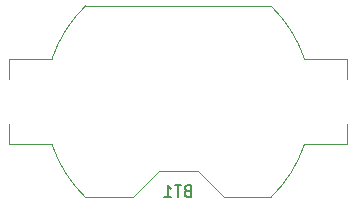
<source format=gbr>
%TF.GenerationSoftware,KiCad,Pcbnew,9.0.3*%
%TF.CreationDate,2025-08-13T01:37:56-04:00*%
%TF.ProjectId,getting-started,67657474-696e-4672-9d73-746172746564,1.0*%
%TF.SameCoordinates,Original*%
%TF.FileFunction,Legend,Bot*%
%TF.FilePolarity,Positive*%
%FSLAX46Y46*%
G04 Gerber Fmt 4.6, Leading zero omitted, Abs format (unit mm)*
G04 Created by KiCad (PCBNEW 9.0.3) date 2025-08-13 01:37:56*
%MOMM*%
%LPD*%
G01*
G04 APERTURE LIST*
%ADD10C,0.150000*%
%ADD11C,0.120000*%
G04 APERTURE END LIST*
D10*
X133605714Y-94551009D02*
X133462857Y-94598628D01*
X133462857Y-94598628D02*
X133415238Y-94646247D01*
X133415238Y-94646247D02*
X133367619Y-94741485D01*
X133367619Y-94741485D02*
X133367619Y-94884342D01*
X133367619Y-94884342D02*
X133415238Y-94979580D01*
X133415238Y-94979580D02*
X133462857Y-95027200D01*
X133462857Y-95027200D02*
X133558095Y-95074819D01*
X133558095Y-95074819D02*
X133939047Y-95074819D01*
X133939047Y-95074819D02*
X133939047Y-94074819D01*
X133939047Y-94074819D02*
X133605714Y-94074819D01*
X133605714Y-94074819D02*
X133510476Y-94122438D01*
X133510476Y-94122438D02*
X133462857Y-94170057D01*
X133462857Y-94170057D02*
X133415238Y-94265295D01*
X133415238Y-94265295D02*
X133415238Y-94360533D01*
X133415238Y-94360533D02*
X133462857Y-94455771D01*
X133462857Y-94455771D02*
X133510476Y-94503390D01*
X133510476Y-94503390D02*
X133605714Y-94551009D01*
X133605714Y-94551009D02*
X133939047Y-94551009D01*
X133081904Y-94074819D02*
X132510476Y-94074819D01*
X132796190Y-95074819D02*
X132796190Y-94074819D01*
X131653333Y-95074819D02*
X132224761Y-95074819D01*
X131939047Y-95074819D02*
X131939047Y-94074819D01*
X131939047Y-94074819D02*
X132034285Y-94217676D01*
X132034285Y-94217676D02*
X132129523Y-94312914D01*
X132129523Y-94312914D02*
X132224761Y-94360533D01*
D11*
%TO.C,BT1*%
X118510000Y-85100000D02*
X118510000Y-83390000D01*
X118510000Y-88900000D02*
X118510000Y-90610000D01*
X118510000Y-90610000D02*
X122128000Y-90610000D01*
X122128000Y-83390000D02*
X118510000Y-83390000D01*
X124972700Y-95110000D02*
X128960000Y-95110000D01*
X131160000Y-92910000D02*
X128960000Y-95110000D01*
X131160000Y-92910000D02*
X134480000Y-92910000D01*
X134480000Y-92910000D02*
X136680000Y-95110000D01*
X136680000Y-95110000D02*
X140667300Y-95110000D01*
X140667300Y-78890000D02*
X124972700Y-78890000D01*
X143512000Y-90610000D02*
X147130000Y-90610000D01*
X147130000Y-83390000D02*
X143512000Y-83390000D01*
X147130000Y-85100000D02*
X147130000Y-83390000D01*
X147130000Y-88900000D02*
X147130000Y-90610000D01*
X122128000Y-83390000D02*
G75*
G02*
X124974629Y-78888211I10692020J-3610012D01*
G01*
X124974629Y-95111789D02*
G75*
G02*
X122128000Y-90610000I7845391J8111801D01*
G01*
X140665371Y-78888211D02*
G75*
G02*
X143511999Y-83390000I-7845391J-8111799D01*
G01*
X143512000Y-90610000D02*
G75*
G02*
X140665371Y-95111789I-10691979J3609986D01*
G01*
%TD*%
M02*

</source>
